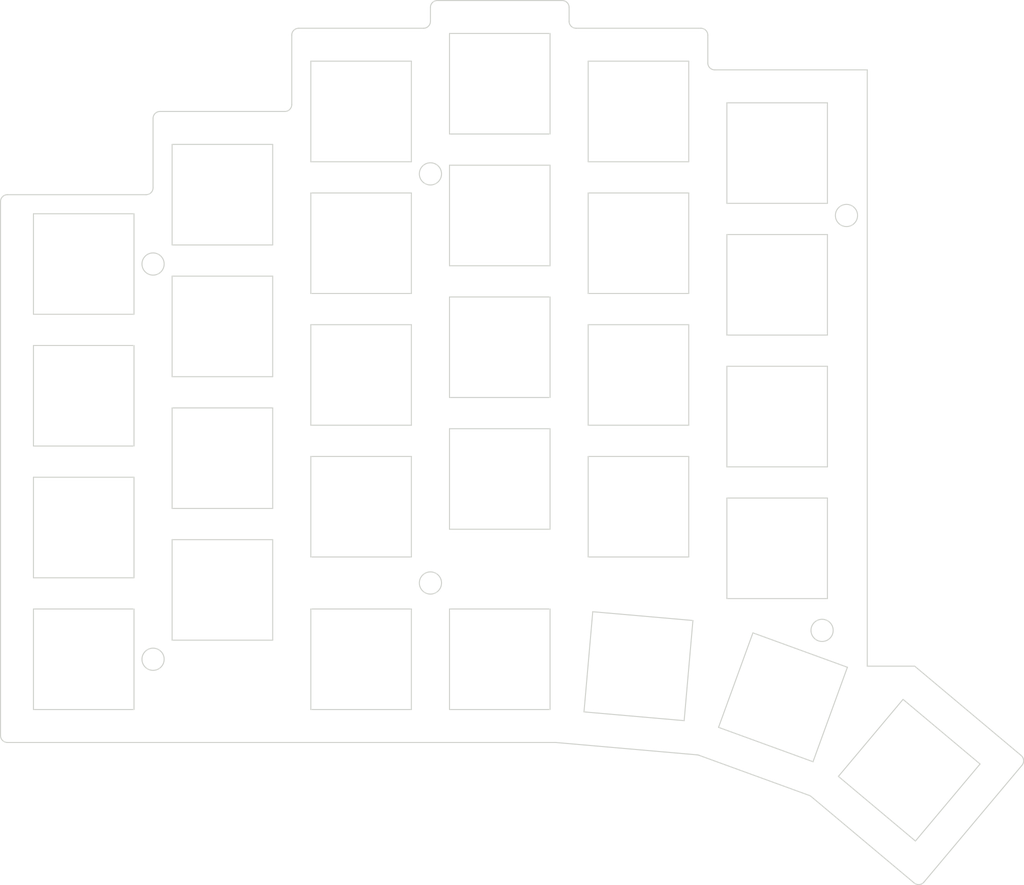
<source format=kicad_pcb>
(kicad_pcb
	(version 20240108)
	(generator "pcbnew")
	(generator_version "8.0")
	(general
		(thickness 1.6)
		(legacy_teardrops no)
	)
	(paper "A3")
	(title_block
		(title "spacer_plate")
		(date "2024-08-09")
		(rev "0.1")
		(company "Vacant0mens")
	)
	(layers
		(0 "F.Cu" signal)
		(31 "B.Cu" signal)
		(32 "B.Adhes" user "B.Adhesive")
		(33 "F.Adhes" user "F.Adhesive")
		(34 "B.Paste" user)
		(35 "F.Paste" user)
		(36 "B.SilkS" user "B.Silkscreen")
		(37 "F.SilkS" user "F.Silkscreen")
		(38 "B.Mask" user)
		(39 "F.Mask" user)
		(40 "Dwgs.User" user "User.Drawings")
		(41 "Cmts.User" user "User.Comments")
		(42 "Eco1.User" user "User.Eco1")
		(43 "Eco2.User" user "User.Eco2")
		(44 "Edge.Cuts" user)
		(45 "Margin" user)
		(46 "B.CrtYd" user "B.Courtyard")
		(47 "F.CrtYd" user "F.Courtyard")
		(48 "B.Fab" user)
		(49 "F.Fab" user)
	)
	(setup
		(pad_to_mask_clearance 0.05)
		(allow_soldermask_bridges_in_footprints no)
		(pcbplotparams
			(layerselection 0x00010fc_ffffffff)
			(plot_on_all_layers_selection 0x0000000_00000000)
			(disableapertmacros no)
			(usegerberextensions no)
			(usegerberattributes yes)
			(usegerberadvancedattributes yes)
			(creategerberjobfile yes)
			(dashed_line_dash_ratio 12.000000)
			(dashed_line_gap_ratio 3.000000)
			(svgprecision 4)
			(plotframeref no)
			(viasonmask no)
			(mode 1)
			(useauxorigin no)
			(hpglpennumber 1)
			(hpglpenspeed 20)
			(hpglpendiameter 15.000000)
			(pdf_front_fp_property_popups yes)
			(pdf_back_fp_property_popups yes)
			(dxfpolygonmode yes)
			(dxfimperialunits yes)
			(dxfusepcbnewfont yes)
			(psnegative no)
			(psa4output no)
			(plotreference yes)
			(plotvalue yes)
			(plotfptext yes)
			(plotinvisibletext no)
			(sketchpadsonfab no)
			(subtractmaskfromsilk no)
			(outputformat 1)
			(mirror no)
			(drillshape 0)
			(scaleselection 1)
			(outputdirectory "")
		)
	)
	(net 0 "")
	(gr_line
		(start 107.25 82.25)
		(end 107.25 67.75)
		(stroke
			(width 0.15)
			(type default)
		)
		(layer "Edge.Cuts")
		(uuid "044eb2b6-a8fa-4bb6-94fd-e2ffccb6aa4a")
	)
	(gr_line
		(start 132.75 54.25)
		(end 147.25 54.25)
		(stroke
			(width 0.15)
			(type default)
		)
		(layer "Edge.Cuts")
		(uuid "067e6098-1e0d-4a24-93b8-48f1d60adf29")
	)
	(gr_line
		(start 150.13281 121.153383)
		(end 136.507267 116.194091)
		(stroke
			(width 0.15)
			(type default)
		)
		(layer "Edge.Cuts")
		(uuid "08cad24c-2015-4810-b2c9-efe39a9f7e96")
	)
	(gr_line
		(start 108.089511 132.003805)
		(end 128.457048 133.785734)
		(stroke
			(width 0.15)
			(type default)
		)
		(layer "Edge.Cuts")
		(uuid "09f0d3b1-e141-45b7-a343-bb93489a093c")
	)
	(gr_line
		(start 67.25 64.75)
		(end 52.75 64.75)
		(stroke
			(width 0.15)
			(type default)
		)
		(layer "Edge.Cuts")
		(uuid "0a273731-0116-41d7-8af4-3a40592943e2")
	)
	(gr_line
		(start 127.25 71.75)
		(end 112.75 71.75)
		(stroke
			(width 0.15)
			(type default)
		)
		(layer "Edge.Cuts")
		(uuid "0aa93549-17f6-4b82-ba83-9259b86d3dc9")
	)
	(gr_line
		(start 112.75 33.75)
		(end 112.75 48.25)
		(stroke
			(width 0.15)
			(type default)
		)
		(layer "Edge.Cuts")
		(uuid "0c050bc7-c549-43cc-b6ef-59595f843b17")
	)
	(gr_line
		(start 132.75 77.75)
		(end 132.75 92.25)
		(stroke
			(width 0.15)
			(type default)
		)
		(layer "Edge.Cuts")
		(uuid "0e5664fb-a1a2-4355-8da4-7ef0c90b345d")
	)
	(gr_line
		(start 47.25 93.75)
		(end 32.75 93.75)
		(stroke
			(width 0.15)
			(type default)
		)
		(layer "Edge.Cuts")
		(uuid "0e58af9c-188b-4291-afc0-5db23b9d7c25")
	)
	(gr_arc
		(start 131 35)
		(mid 130.292893 34.707107)
		(end 130 34)
		(stroke
			(width 0.15)
			(type default)
		)
		(layer "Edge.Cuts")
		(uuid "11079d83-fb98-4c61-8ec7-27b71e529fb1")
	)
	(gr_line
		(start 132.75 92.25)
		(end 147.25 92.25)
		(stroke
			(width 0.15)
			(type default)
		)
		(layer "Edge.Cuts")
		(uuid "11399736-dd7d-4beb-b412-36f75375a7a6")
	)
	(gr_line
		(start 72.75 90.75)
		(end 72.75 105.25)
		(stroke
			(width 0.15)
			(type default)
		)
		(layer "Edge.Cuts")
		(uuid "119e3a65-cb9a-4c4b-8324-425b4dd82ecb")
	)
	(gr_arc
		(start 90 26)
		(mid 90.292893 25.292893)
		(end 91 25)
		(stroke
			(width 0.15)
			(type default)
		)
		(layer "Edge.Cuts")
		(uuid "122d47fb-12d7-4b27-b66a-da02e7d22cc0")
	)
	(gr_line
		(start 92.75 82.25)
		(end 107.25 82.25)
		(stroke
			(width 0.15)
			(type default)
		)
		(layer "Edge.Cuts")
		(uuid "1556dc52-83cf-4bcb-a9ae-36e85a7b44cf")
	)
	(gr_line
		(start 107.25 44.25)
		(end 107.25 29.75)
		(stroke
			(width 0.15)
			(type default)
		)
		(layer "Edge.Cuts")
		(uuid "178c6b6d-4f41-41fa-a2e2-619b77c70c07")
	)
	(gr_line
		(start 107.25 29.75)
		(end 92.75 29.75)
		(stroke
			(width 0.15)
			(type default)
		)
		(layer "Edge.Cuts")
		(uuid "19a25908-920a-4d79-ba06-bdc416939b7d")
	)
	(gr_line
		(start 128.711912 133.842236)
		(end 144.613458 139.629925)
		(stroke
			(width 0.15)
			(type default)
		)
		(layer "Edge.Cuts")
		(uuid "1d81e8ec-4da4-48b2-9110-d46fb24191d9")
	)
	(gr_line
		(start 29 53)
		(end 49 53)
		(stroke
			(width 0.15)
			(type default)
		)
		(layer "Edge.Cuts")
		(uuid "1e7585aa-f444-4150-b154-0c19458f2092")
	)
	(gr_line
		(start 52.75 83.75)
		(end 52.75 98.25)
		(stroke
			(width 0.15)
			(type default)
		)
		(layer "Edge.Cuts")
		(uuid "2266f958-ae0d-4357-8de6-3b551339b3cd")
	)
	(gr_line
		(start 67.25 79.25)
		(end 67.25 64.75)
		(stroke
			(width 0.15)
			(type default)
		)
		(layer "Edge.Cuts")
		(uuid "267bcc24-7e71-4397-bc64-e984a1101de6")
	)
	(gr_arc
		(start 128.457048 133.785734)
		(mid 128.586332 133.80563)
		(end 128.711912 133.842236)
		(stroke
			(width 0.15)
			(type default)
		)
		(layer "Edge.Cuts")
		(uuid "268e0586-c8ef-4e17-9f2a-3dea62176f39")
	)
	(gr_line
		(start 72.75 52.75)
		(end 72.75 67.25)
		(stroke
			(width 0.15)
			(type default)
		)
		(layer "Edge.Cuts")
		(uuid "2b1fb03e-f01d-478f-b942-81273306b768")
	)
	(gr_line
		(start 92.75 127.25)
		(end 107.25 127.25)
		(stroke
			(width 0.15)
			(type default)
		)
		(layer "Edge.Cuts")
		(uuid "2b2a08a8-400e-4800-ad98-ed4d55fa02cb")
	)
	(gr_line
		(start 153 121)
		(end 159.842371 121)
		(stroke
			(width 0.15)
			(type default)
		)
		(layer "Edge.Cuts")
		(uuid "2bcd184d-4fb5-4da1-9a8a-37e9aa09d2e6")
	)
	(gr_line
		(start 87.25 127.25)
		(end 87.25 112.75)
		(stroke
			(width 0.15)
			(type default)
		)
		(layer "Edge.Cuts")
		(uuid "2c166c3f-d912-4f27-ae00-92de76e99f45")
	)
	(gr_line
		(start 113.409468 113.145709)
		(end 112.145709 127.590532)
		(stroke
			(width 0.15)
			(type default)
		)
		(layer "Edge.Cuts")
		(uuid "2ece5e17-a86e-450e-8f62-73081d634f40")
	)
	(gr_line
		(start 144.914226 139.803574)
		(end 159.762354 152.262633)
		(stroke
			(width 0.15)
			(type default)
		)
		(layer "Edge.Cuts")
		(uuid "2f067474-6150-4110-9756-b5ccf8d2df9b")
	)
	(gr_line
		(start 107.25 86.75)
		(end 92.75 86.75)
		(stroke
			(width 0.15)
			(type default)
		)
		(layer "Edge.Cuts")
		(uuid "2fbbe6c5-4185-497d-86c0-613d6cb56a15")
	)
	(gr_line
		(start 51 41)
		(end 69 41)
		(stroke
			(width 0.15)
			(type default)
		)
		(layer "Edge.Cuts")
		(uuid "3021d132-556c-42ac-b844-fbad688ece15")
	)
	(gr_line
		(start 91 25)
		(end 109 25)
		(stroke
			(width 0.15)
			(type default)
		)
		(layer "Edge.Cuts")
		(uuid "31d50137-d93a-494a-8863-8ec443e7f446")
	)
	(gr_line
		(start 72.75 105.25)
		(end 87.25 105.25)
		(stroke
			(width 0.15)
			(type default)
		)
		(layer "Edge.Cuts")
		(uuid "321d2a67-fc1c-4f17-b6a1-9a2dcfb68d25")
	)
	(gr_line
		(start 67.25 60.25)
		(end 67.25 45.75)
		(stroke
			(width 0.15)
			(type default)
		)
		(layer "Edge.Cuts")
		(uuid "3234b6f0-6915-4a76-82ba-bb5b23927417")
	)
	(gr_line
		(start 147.25 58.75)
		(end 132.75 58.75)
		(stroke
			(width 0.15)
			(type default)
		)
		(layer "Edge.Cuts")
		(uuid "32699b97-5cb8-43c8-8d7e-08d91d59c8b6")
	)
	(gr_line
		(start 107.25 63.25)
		(end 107.25 48.75)
		(stroke
			(width 0.15)
			(type default)
		)
		(layer "Edge.Cuts")
		(uuid "32e847d0-477f-498d-bd8c-73ffec7288ab")
	)
	(gr_line
		(start 110 26)
		(end 110 28)
		(stroke
			(width 0.15)
			(type default)
		)
		(layer "Edge.Cuts")
		(uuid "33eedf5b-eda2-4e46-8483-d7343ba0500d")
	)
	(gr_line
		(start 87.25 67.25)
		(end 87.25 52.75)
		(stroke
			(width 0.15)
			(type default)
		)
		(layer "Edge.Cuts")
		(uuid "38a0f476-5024-4f1b-9dee-753809c87491")
	)
	(gr_line
		(start 72.75 67.25)
		(end 87.25 67.25)
		(stroke
			(width 0.15)
			(type default)
		)
		(layer "Edge.Cuts")
		(uuid "3c9133d8-36d6-4571-ab55-b146208123fd")
	)
	(gr_line
		(start 107.25 101.25)
		(end 107.25 86.75)
		(stroke
			(width 0.15)
			(type default)
		)
		(layer "Edge.Cuts")
		(uuid "3d4d1f6f-522f-451a-8183-4cd02f4af4cb")
	)
	(gr_arc
		(start 50 52)
		(mid 49.707107 52.707107)
		(end 49 53)
		(stroke
			(width 0.15)
			(type default)
		)
		(layer "Edge.Cuts")
		(uuid "3f23dc06-7557-4cfc-b73a-37310e0c8c0a")
	)
	(gr_line
		(start 67.25 98.25)
		(end 67.25 83.75)
		(stroke
			(width 0.15)
			(type default)
		)
		(layer "Edge.Cuts")
		(uuid "3f53970d-d995-4dd6-8e7e-50668f6efb9e")
	)
	(gr_line
		(start 159.942929 146.213468)
		(end 169.263349 135.105824)
		(stroke
			(width 0.15)
			(type default)
		)
		(layer "Edge.Cuts")
		(uuid "3fb26cf1-4079-4e0b-84e9-09f955c31d21")
	)
	(gr_line
		(start 72.75 127.25)
		(end 87.25 127.25)
		(stroke
			(width 0.15)
			(type default)
		)
		(layer "Edge.Cuts")
		(uuid "40064213-131b-456d-a6ab-ff9a56a31c8d")
	)
	(gr_line
		(start 87.25 86.25)
		(end 87.25 71.75)
		(stroke
			(width 0.15)
			(type default)
		)
		(layer "Edge.Cuts")
		(uuid "404aae8a-a8ae-4a39-9086-da3ec699fc93")
	)
	(gr_line
		(start 132.75 58.75)
		(end 132.75 73.25)
		(stroke
			(width 0.15)
			(type default)
		)
		(layer "Edge.Cuts")
		(uuid "41bc3704-9b2c-44bd-bfac-be01b8f50943")
	)
	(gr_arc
		(start 28 54)
		(mid 28.292893 53.292893)
		(end 29 53)
		(stroke
			(width 0.15)
			(type default)
		)
		(layer "Edge.Cuts")
		(uuid "41c6adb2-7f92-4d50-8862-d4bf425b8a46")
	)
	(gr_line
		(start 32.75 89.25)
		(end 47.25 89.25)
		(stroke
			(width 0.15)
			(type default)
		)
		(layer "Edge.Cuts")
		(uuid "41d694e6-022c-4cc9-bb3d-647dc3804d55")
	)
	(gr_line
		(start 107.25 48.75)
		(end 92.75 48.75)
		(stroke
			(width 0.15)
			(type default)
		)
		(layer "Edge.Cuts")
		(uuid "4263184a-a221-4ff8-be2a-f9f48982a33f")
	)
	(gr_arc
		(start 109 25)
		(mid 109.707107 25.292893)
		(end 110 26)
		(stroke
			(width 0.15)
			(type default)
		)
		(layer "Edge.Cuts")
		(uuid "42e06f6c-6210-42ba-82f9-6cb5063117d1")
	)
	(gr_line
		(start 127.854291 114.409468)
		(end 113.409468 113.145709)
		(stroke
			(width 0.15)
			(type default)
		)
		(layer "Edge.Cuts")
		(uuid "4931f34e-f3bd-4a35-892f-47b77c5b43bd")
	)
	(gr_circle
		(center 146.481999 115.83393)
		(end 148.081999 115.83393)
		(stroke
			(width 0.15)
			(type default)
		)
		(fill none)
		(layer "Edge.Cuts")
		(uuid "4a99ed7b-14aa-4a82-b5d7-90ebbdaffdfb")
	)
	(gr_line
		(start 32.75 112.75)
		(end 32.75 127.25)
		(stroke
			(width 0.15)
			(type default)
		)
		(layer "Edge.Cuts")
		(uuid "4c3ce17c-d4f7-432e-841e-f611539c5db7")
	)
	(gr_line
		(start 71 29)
		(end 89 29)
		(stroke
			(width 0.15)
			(type default)
		)
		(layer "Edge.Cuts")
		(uuid "4f0cb0b3-50e7-4fcb-8c9c-c5326986dccf")
	)
	(gr_line
		(start 47.25 55.75)
		(end 32.75 55.75)
		(stroke
			(width 0.15)
			(type default)
		)
		(layer "Edge.Cuts")
		(uuid "50611734-bd46-4e56-9dba-df93e309b8ce")
	)
	(gr_line
		(start 158.155705 125.785404)
		(end 148.835284 136.893048)
		(stroke
			(width 0.15)
			(type default)
		)
		(layer "Edge.Cuts")
		(uuid "52a48f8e-710a-43a1-8763-27fc58c869d0")
	)
	(gr_arc
		(start 29 132)
		(mid 28.292893 131.707107)
		(end 28 131)
		(stroke
			(width 0.15)
			(type default)
		)
		(layer "Edge.Cuts")
		(uuid "55f520a7-8b2e-4b7c-8e43-69b20c3198bf")
	)
	(gr_line
		(start 52.75 117.25)
		(end 67.25 117.25)
		(stroke
			(width 0.15)
			(type default)
		)
		(layer "Edge.Cuts")
		(uuid "56b4cf56-97f4-48eb-8ef3-78275eda8720")
	)
	(gr_line
		(start 32.75 93.75)
		(end 32.75 108.25)
		(stroke
			(width 0.15)
			(type default)
		)
		(layer "Edge.Cuts")
		(uuid "59b9f6ff-6ab1-40af-b0de-cefffb9b7d09")
	)
	(gr_line
		(start 47.25 89.25)
		(end 47.25 74.75)
		(stroke
			(width 0.15)
			(type default)
		)
		(layer "Edge.Cuts")
		(uuid "5b34aafa-193d-4b39-9ae3-377cd2dd9617")
	)
	(gr_arc
		(start 161.171186 152.139376)
		(mid 160.492288 152.492816)
		(end 159.762354 152.262633)
		(stroke
			(width 0.15)
			(type default)
		)
		(layer "Edge.Cuts")
		(uuid "5c2ce89c-8d38-4148-b5d3-e0ff2296224a")
	)
	(gr_line
		(start 112.75 86.25)
		(end 127.25 86.25)
		(stroke
			(width 0.15)
			(type default)
		)
		(layer "Edge.Cuts")
		(uuid "5d39e1b8-02fa-4056-86bd-1e8bba762e51")
	)
	(gr_line
		(start 92.75 112.75)
		(end 92.75 127.25)
		(stroke
			(width 0.15)
			(type default)
		)
		(layer "Edge.Cuts")
		(uuid "5e502b65-b4bb-4d0e-8e3a-1785fd780ad9")
	)
	(gr_line
		(start 67.25 102.75)
		(end 52.75 102.75)
		(stroke
			(width 0.15)
			(type default)
		)
		(layer "Edge.Cuts")
		(uuid "5fedb88c-e688-48ae-8eb3-330f11e6e2de")
	)
	(gr_line
		(start 92.75 48.75)
		(end 92.75 63.25)
		(stroke
			(width 0.15)
			(type default)
		)
		(layer "Edge.Cuts")
		(uuid "60f8a59a-25d1-4525-860f-31a702dd3460")
	)
	(gr_line
		(start 47.25 108.25)
		(end 47.25 93.75)
		(stroke
			(width 0.15)
			(type default)
		)
		(layer "Edge.Cuts")
		(uuid "614fc757-3004-407f-afc7-5c10b847cc81")
	)
	(gr_line
		(start 67.25 83.75)
		(end 52.75 83.75)
		(stroke
			(width 0.15)
			(type default)
		)
		(layer "Edge.Cuts")
		(uuid "64b39543-e0fc-4dd4-a2b8-9c96b5c3544f")
	)
	(gr_circle
		(center 50 120)
		(end 51.6 120)
		(stroke
			(width 0.15)
			(type default)
		)
		(fill none)
		(layer "Edge.Cuts")
		(uuid "66c1f7d5-b068-438d-8e21-76c830e2a265")
	)
	(gr_line
		(start 70 40)
		(end 70 30)
		(stroke
			(width 0.15)
			(type default)
		)
		(layer "Edge.Cuts")
		(uuid "66e172aa-0bb0-417e-bcaf-6d88edfacc61")
	)
	(gr_line
		(start 107.25 67.75)
		(end 92.75 67.75)
		(stroke
			(width 0.15)
			(type default)
		)
		(layer "Edge.Cuts")
		(uuid "66e6259b-cfd6-4212-98c3-51179178300a")
	)
	(gr_line
		(start 107.25 127.25)
		(end 107.25 112.75)
		(stroke
			(width 0.15)
			(type default)
		)
		(layer "Edge.Cuts")
		(uuid "67a22b3f-e7dc-43c2-8f11-b84a95e4af5d")
	)
	(gr_line
		(start 112.75 90.75)
		(end 112.75 105.25)
		(stroke
			(width 0.15)
			(type default)
		)
		(layer "Edge.Cuts")
		(uuid "6826dc9e-082b-4d01-92b2-62db4a302caa")
	)
	(gr_circle
		(center 150 56)
		(end 151.6 56)
		(stroke
			(width 0.15)
			(type default)
		)
		(fill none)
		(layer "Edge.Cuts")
		(uuid "68a7188c-ce44-415b-8980-90acc70be44b")
	)
	(gr_line
		(start 47.25 70.25)
		(end 47.25 55.75)
		(stroke
			(width 0.15)
			(type default)
		)
		(layer "Edge.Cuts")
		(uuid "68a8bda6-1f7e-4a7e-bf80-afabe261c1ab")
	)
	(gr_line
		(start 112.75 105.25)
		(end 127.25 105.25)
		(stroke
			(width 0.15)
			(type default)
		)
		(layer "Edge.Cuts")
		(uuid "68fa60e8-8efa-4a36-a9ac-bb2b791dc0d2")
	)
	(gr_line
		(start 87.25 90.75)
		(end 72.75 90.75)
		(stroke
			(width 0.15)
			(type default)
		)
		(layer "Edge.Cuts")
		(uuid "6e2d911d-dc6e-4670-b9b2-3ec80737b075")
	)
	(gr_line
		(start 87.25 71.75)
		(end 72.75 71.75)
		(stroke
			(width 0.15)
			(type default)
		)
		(layer "Edge.Cuts")
		(uuid "713a79eb-7f73-4458-bc02-ca6a656dc275")
	)
	(gr_line
		(start 32.75 108.25)
		(end 47.25 108.25)
		(stroke
			(width 0.15)
			(type default)
		)
		(layer "Edge.Cuts")
		(uuid "7164f38d-6dac-4401-8cf3-904faf38b281")
	)
	(gr_line
		(start 147.25 92.25)
		(end 147.25 77.75)
		(stroke
			(width 0.15)
			(type default)
		)
		(layer "Edge.Cuts")
		(uuid "7372d79e-9864-4ad8-b097-f2620491eedc")
	)
	(gr_line
		(start 67.25 45.75)
		(end 52.75 45.75)
		(stroke
			(width 0.15)
			(type default)
		)
		(layer "Edge.Cuts")
		(uuid "76890e65-7439-4bba-bcf1-0a1ab6a8bfaf")
	)
	(gr_line
		(start 28 131)
		(end 28 54)
		(stroke
			(width 0.15)
			(type default)
		)
		(layer "Edge.Cuts")
		(uuid "7abb6090-8fc2-4118-9db6-f26e8602ffd1")
	)
	(gr_line
		(start 169.263349 135.105824)
		(end 158.155705 125.785404)
		(stroke
			(width 0.15)
			(type default)
		)
		(layer "Edge.Cuts")
		(uuid "7b4c8aae-51a4-4027-a814-4c793e46b202")
	)
	(gr_line
		(start 72.75 48.25)
		(end 87.25 48.25)
		(stroke
			(width 0.15)
			(type default)
		)
		(layer "Edge.Cuts")
		(uuid "7bab6072-ce20-4687-be4e-5d51ce6b8905")
	)
	(gr_line
		(start 107.25 112.75)
		(end 92.75 112.75)
		(stroke
			(width 0.15)
			(type default)
		)
		(layer "Edge.Cuts")
		(uuid "7d465bf7-edf7-4730-b77e-e6216994895f")
	)
	(gr_arc
		(start 129 29)
		(mid 129.707107 29.292893)
		(end 130 30)
		(stroke
			(width 0.15)
			(type default)
		)
		(layer "Edge.Cuts")
		(uuid "81f053e8-a084-4d62-8dea-2dad77c899bf")
	)
	(gr_line
		(start 92.75 44.25)
		(end 107.25 44.25)
		(stroke
			(width 0.15)
			(type default)
		)
		(layer "Edge.Cuts")
		(uuid "81f836b3-e573-467a-91d4-d2851cfd1eee")
	)
	(gr_line
		(start 52.75 64.75)
		(end 52.75 79.25)
		(stroke
			(width 0.15)
			(type default)
		)
		(layer "Edge.Cuts")
		(uuid "8a2e6721-e771-4856-bf0d-80546eafd138")
	)
	(gr_line
		(start 131.547975 129.819634)
		(end 145.173518 134.778926)
		(stroke
			(width 0.15)
			(type default)
		)
		(layer "Edge.Cuts")
		(uuid "8b5efd2e-4ac1-4d2f-8b5b-1571f0387905")
	)
	(gr_line
		(start 127.25 52.75)
		(end 112.75 52.75)
		(stroke
			(width 0.15)
			(type default)
		)
		(layer "Edge.Cuts")
		(uuid "8b7cc28f-77d2-41d2-bf68-f31f001f32e3")
	)
	(gr_line
		(start 92.75 29.75)
		(end 92.75 44.25)
		(stroke
			(width 0.15)
			(type default)
		)
		(layer "Edge.Cuts")
		(uuid "8cbb645c-6bb4-45d0-86eb-e123df388170")
	)
	(gr_line
		(start 87.25 105.25)
		(end 87.25 90.75)
		(stroke
			(width 0.15)
			(type default)
		)
		(layer "Edge.Cuts")
		(uuid "8dbe7b63-c13f-43cc-98df-952ec6a824fe")
	)
	(gr_line
		(start 159.842371 121)
		(end 175.189257 133.877566)
		(stroke
			(width 0.15)
			(type default)
		)
		(layer "Edge.Cuts")
		(uuid "8e89db56-c3fa-4f11-b878-c6441e98bf0c")
	)
	(gr_arc
		(start 70 40)
		(mid 69.707107 40.707107)
		(end 69 41)
		(stroke
			(width 0.15)
			(type default)
		)
		(layer "Edge.Cuts")
		(uuid "90fafe60-7e3b-4829-808c-ee4f383f4470")
	)
	(gr_line
		(start 147.25 111.25)
		(end 147.25 96.75)
		(stroke
			(width 0.15)
			(type default)
		)
		(layer "Edge.Cuts")
		(uuid "93fc8cdd-6e4e-4c1b-920d-aa8f9b30f2ec")
	)
	(gr_line
		(start 92.75 63.25)
		(end 107.25 63.25)
		(stroke
			(width 0.15)
			(type default)
		)
		(layer "Edge.Cuts")
		(uuid "988b2289-3b1c-4bcc-a640-839a35815b30")
	)
	(gr_line
		(start 147.25 77.75)
		(end 132.75 77.75)
		(stroke
			(width 0.15)
			(type default)
		)
		(layer "Edge.Cuts")
		(uuid "9ac89a03-a802-4680-ae41-8be53f4a2634")
	)
	(gr_line
		(start 112.75 71.75)
		(end 112.75 86.25)
		(stroke
			(width 0.15)
			(type default)
		)
		(layer "Edge.Cuts")
		(uuid "9b4caeee-2941-40a2-a20e-1b4ed3d5070d")
	)
	(gr_arc
		(start 70 30)
		(mid 70.292893 29.292893)
		(end 71 29)
		(stroke
			(width 0.15)
			(type default)
		)
		(layer "Edge.Cuts")
		(uuid "9c63ee7d-4382-4e24-a691-b9f4f441066d")
	)
	(gr_line
		(start 52.75 45.75)
		(end 52.75 60.25)
		(stroke
			(width 0.15)
			(type default)
		)
		(layer "Edge.Cuts")
		(uuid "9cb213be-f088-4751-9cd2-1484d74a6f1a")
	)
	(gr_line
		(start 67.25 117.25)
		(end 67.25 102.75)
		(stroke
			(width 0.15)
			(type default)
		)
		(layer "Edge.Cuts")
		(uuid "a17a728f-0116-44e0-a94d-cf40d5ef8573")
	)
	(gr_line
		(start 92.75 101.25)
		(end 107.25 101.25)
		(stroke
			(width 0.15)
			(type default)
		)
		(layer "Edge.Cuts")
		(uuid "a3e1a3d9-98ac-4a8d-b75e-f7c35b2cb8ab")
	)
	(gr_line
		(start 32.75 74.75)
		(end 32.75 89.25)
		(stroke
			(width 0.15)
			(type default)
		)
		(layer "Edge.Cuts")
		(uuid "a4f7f7a8-4acc-4700-936a-01702d754421")
	)
	(gr_line
		(start 127.25 86.25)
		(end 127.25 71.75)
		(stroke
			(width 0.15)
			(type default)
		)
		(layer "Edge.Cuts")
		(uuid "a5af3ab0-c006-429a-b6de-23938b83b6d4")
	)
	(gr_line
		(start 47.25 74.75)
		(end 32.75 74.75)
		(stroke
			(width 0.15)
			(type default)
		)
		(layer "Edge.Cuts")
		(uuid "a6624e63-9cde-402b-9d36-18e0ec7d4085")
	)
	(gr_line
		(start 112.75 48.25)
		(end 127.25 48.25)
		(stroke
			(width 0.15)
			(type default)
		)
		(layer "Edge.Cuts")
		(uuid "a7833940-297e-4d90-b594-9184b55cdd6f")
	)
	(gr_line
		(start 90 28)
		(end 90 26)
		(stroke
			(width 0.15)
			(type default)
		)
		(layer "Edge.Cuts")
		(uuid "a7b8a3a7-7451-4285-9827-2e9b9ac1ce64")
	)
	(gr_line
		(start 87.25 52.75)
		(end 72.75 52.75)
		(stroke
			(width 0.15)
			(type default)
		)
		(layer "Edge.Cuts")
		(uuid "a7de72de-71a3-4393-8519-e2650f55f3b6")
	)
	(gr_line
		(start 52.75 98.25)
		(end 67.25 98.25)
		(stroke
			(width 0.15)
			(type default)
		)
		(layer "Edge.Cuts")
		(uuid "a94f5a05-fab2-4042-b6f7-b7b4d16a09a7")
	)
	(gr_line
		(start 32.75 127.25)
		(end 47.25 127.25)
		(stroke
			(width 0.15)
			(type default)
		)
		(layer "Edge.Cuts")
		(uuid "aac9511d-798d-4bba-820d-fe1ca3a46c37")
	)
	(gr_line
		(start 127.25 90.75)
		(end 112.75 90.75)
		(stroke
			(width 0.15)
			(type default)
		)
		(layer "Edge.Cuts")
		(uuid "ad732c64-273c-4f27-b7d9-8507c3f4f266")
	)
	(gr_line
		(start 112.75 67.25)
		(end 127.25 67.25)
		(stroke
			(width 0.15)
			(type default)
		)
		(layer "Edge.Cuts")
		(uuid "b2d83309-9b93-4082-b1db-3b528a302688")
	)
	(gr_line
		(start 127.25 48.25)
		(end 127.25 33.75)
		(stroke
			(width 0.15)
			(type default)
		)
		(layer "Edge.Cuts")
		(uuid "ba2bf9b6-2e08-4445-824d-45b8469df53f")
	)
	(gr_line
		(start 47.25 127.25)
		(end 47.25 112.75)
		(stroke
			(width 0.15)
			(type default)
		)
		(layer "Edge.Cuts")
		(uuid "bde26956-9911-444a-a8d6-181a52423223")
	)
	(gr_arc
		(start 90 28)
		(mid 89.707107 28.707107)
		(end 89 29)
		(stroke
			(width 0.15)
			(type default)
		)
		(layer "Edge.Cuts")
		(uuid "be403b29-59b8-4a33-85a1-bc5aed75b893")
	)
	(gr_line
		(start 47.25 112.75)
		(end 32.75 112.75)
		(stroke
			(width 0.15)
			(type default)
		)
		(layer "Edge.Cuts")
		(uuid "beb4f048-b06b-4cbc-b587-65548a9bf077")
	)
	(gr_line
		(start 87.25 48.25)
		(end 87.25 33.75)
		(stroke
			(width 0.15)
			(type default)
		)
		(layer "Edge.Cuts")
		(uuid "c1480667-c450-48d6-b280-83035dd720bb")
	)
	(gr_line
		(start 136.507267 116.194091)
		(end 131.547975 129.819634)
		(stroke
			(width 0.15)
			(type default)
		)
		(layer "Edge.Cuts")
		(uuid "c16080f1-6d44-49ef-933d-97d8008b573f")
	)
	(gr_line
		(start 127.25 105.25)
		(end 127.25 90.75)
		(stroke
			(width 0.15)
			(type default)
		)
		(layer "Edge.Cuts")
		(uuid "c3e1d767-84f0-4830-87a8-dd2878ce9b8b")
	)
	(gr_line
		(start 153 35)
		(end 153 121)
		(stroke
			(width 0.15)
			(type default)
		)
		(layer "Edge.Cuts")
		(uuid "c57b6686-959a-4644-9c1b-77ab4fdcf7f2")
	)
	(gr_line
		(start 32.75 70.25)
		(end 47.25 70.25)
		(stroke
			(width 0.15)
			(type default)
		)
		(layer "Edge.Cuts")
		(uuid "c7b0015b-aef8-44c8-b053-abedf30295cd")
	)
	(gr_line
		(start 147.25 39.75)
		(end 132.75 39.75)
		(stroke
			(width 0.15)
			(type default)
		)
		(layer "Edge.Cuts")
		(uuid "c92b9e02-cc8e-4044-90c4-ecfaa4b13dfa")
	)
	(gr_line
		(start 126.590532 128.854291)
		(end 127.854291 114.409468)
		(stroke
			(width 0.15)
			(type default)
		)
		(layer "Edge.Cuts")
		(uuid "c93f32f8-bb0b-4eb8-bc38-f665c18d1114")
	)
	(gr_line
		(start 111 29)
		(end 129 29)
		(stroke
			(width 0.15)
			(type default)
		)
		(layer "Edge.Cuts")
		(uuid "cbd59faf-dfbb-4834-b45d-a0ac0da52227")
	)
	(gr_line
		(start 72.75 71.75)
		(end 72.75 86.25)
		(stroke
			(width 0.15)
			(type default)
		)
		(layer "Edge.Cuts")
		(uuid "cdddd87f-feb1-49f3-80c9-645105bbef0b")
	)
	(gr_line
		(start 32.75 55.75)
		(end 32.75 70.25)
		(stroke
			(width 0.15)
			(type default)
		)
		(layer "Edge.Cuts")
		(uuid "cf288fe4-8810-4c00-b8a5-06ae359e7940")
	)
	(gr_line
		(start 131 35)
		(end 153 35)
		(stroke
			(width 0.15)
			(type default)
		)
		(layer "Edge.Cuts")
		(uuid "cf53a059-3019-4be1-bcb2-825c994613cf")
	)
	(gr_line
		(start 29 132)
		(end 108.002355 132)
		(stroke
			(width 0.15)
			(type default)
		)
		(layer "Edge.Cuts")
		(uuid "cf7c19d5-ced5-4816-a84e-0e117d65934c")
	)
	(gr_line
		(start 127.25 33.75)
		(end 112.75 33.75)
		(stroke
			(width 0.15)
			(type default)
		)
		(layer "Edge.Cuts")
		(uuid "d048dc39-00b6-44e6-8e98-1c832b8fe05d")
	)
	(gr_line
		(start 72.75 112.75)
		(end 72.75 127.25)
		(stroke
			(width 0.15)
			(type default)
		)
		(layer "Edge.Cuts")
		(uuid "d0c7d525-81c8-4f34-acc9-89610e8bf4d2")
	)
	(gr_line
		(start 52.75 60.25)
		(end 67.25 60.25)
		(stroke
			(width 0.15)
			(type default)
		)
		(layer "Edge.Cuts")
		(uuid "d8534916-98fd-41a2-b450-c4a22067236a")
	)
	(gr_line
		(start 132.75 96.75)
		(end 132.75 111.25)
		(stroke
			(width 0.15)
			(type default)
		)
		(layer "Edge.Cuts")
		(uuid "d972618f-67d1-4596-b034-2eecac60e3c6")
	)
	(gr_line
		(start 87.25 112.75)
		(end 72.75 112.75)
		(stroke
			(width 0.15)
			(type default)
		)
		(layer "Edge.Cuts")
		(uuid "d9dcdf9c-f35a-4b56-812e-b6529686b00b")
	)
	(gr_line
		(start 112.145709 127.590532)
		(end 126.590532 128.854291)
		(stroke
			(width 0.15)
			(type default)
		)
		(layer "Edge.Cuts")
		(uuid "d9f8f10b-364e-486d-86e3-839d42e5dab0")
	)
	(gr_line
		(start 72.75 33.75)
		(end 72.75 48.25)
		(stroke
			(width 0.15)
			(type default)
		)
		(layer "Edge.Cuts")
		(uuid "db12110d-c21e-4c04-af2a-3af62162b138")
	)
	(gr_line
		(start 147.25 96.75)
		(end 132.75 96.75)
		(stroke
			(width 0.15)
			(type default)
		)
		(layer "Edge.Cuts")
		(uuid "db2e72e7-7159-4649-9948-b44137d6b4ed")
	)
	(gr_line
		(start 52.75 79.25)
		(end 67.25 79.25)
		(stroke
			(width 0.15)
			(type default)
		)
		(layer "Edge.Cuts")
		(uuid "dd0b3bcd-d6db-477a-8c7d-4aaa4b12978a")
	)
	(gr_circle
		(center 90 50)
		(end 91.6 50)
		(stroke
			(width 0.15)
			(type default)
		)
		(fill none)
		(layer "Edge.Cuts")
		(uuid "ddb1d1e4-df87-48cc-b3a3-2381682cb580")
	)
	(gr_line
		(start 132.75 39.75)
		(end 132.75 54.25)
		(stroke
			(width 0.15)
			(type default)
		)
		(layer "Edge.Cuts")
		(uuid "dff51b60-5a00-41bd-abbf-e90845c99fc8")
	)
	(gr_line
		(start 92.75 67.75)
		(end 92.75 82.25)
		(stroke
			(width 0.15)
			(type default)
		)
		(layer "Edge.Cuts")
		(uuid "e000d86f-3de3-46cb-b971-a8e3ae267fde")
	)
	(gr_line
		(start 72.75 86.25)
		(end 87.25 86.25)
		(stroke
			(width 0.15)
			(type default)
		)
		(layer "Edge.Cuts")
		(uuid "e1900394-21e2-41bf-9778-06618751030f")
	)
	(gr_circle
		(center 90 109)
		(end 91.6 109)
		(stroke
			(width 0.15)
			(type default)
		)
		(fill none)
		(layer "Edge.Cuts")
		(uuid "e33a51b2-6a3e-4db7-bb08-87eda4cf693d")
	)
	(gr_line
		(start 132.75 73.25)
		(end 147.25 73.25)
		(stroke
			(width 0.15)
			(type default)
		)
		(layer "Edge.Cuts")
		(uuid "e4a0a169-7d75-422e-b8ed-a0200a4ecd71")
	)
	(gr_line
		(start 50 52)
		(end 50 42)
		(stroke
			(width 0.15)
			(type default)
		)
		(layer "Edge.Cuts")
		(uuid "e52ceb86-bf81-47aa-af96-884f68dbd91e")
	)
	(gr_arc
		(start 144.613458 139.629925)
		(mid 144.771434 139.703598)
		(end 144.914226 139.803574)
		(stroke
			(width 0.15)
			(type default)
		)
		(layer "Edge.Cuts")
		(uuid "e632b8c2-0ab9-46f8-bcd8-e9e4fbd6e880")
	)
	(gr_line
		(start 145.173518 134.778926)
		(end 150.13281 121.153383)
		(stroke
			(width 0.15)
			(type default)
		)
		(layer "Edge.Cuts")
		(uuid "e6406bae-4e53-4afe-a401-dd3ef278f7a1")
	)
	(gr_line
		(start 132.75 111.25)
		(end 147.25 111.25)
		(stroke
			(width 0.15)
			(type default)
		)
		(layer "Edge.Cuts")
		(uuid "e777b291-c839-4427-a515-d0b4e54d54f1")
	)
	(gr_line
		(start 148.835284 136.893048)
		(end 159.942929 146.213468)
		(stroke
			(width 0.15)
			(type default)
		)
		(layer "Edge.Cuts")
		(uuid "e80f69d6-73ee-4427-ae8e-d286df870b7f")
	)
	(gr_line
		(start 147.25 73.25)
		(end 147.25 58.75)
		(stroke
			(width 0.15)
			(type default)
		)
		(layer "Edge.Cuts")
		(uuid "e89bc58e-d106-416e-9650-95046795f965")
	)
	(gr_arc
		(start 108.002355 132)
		(mid 108.045974 132.000954)
		(end 108.089511 132.003805)
		(stroke
			(width 0.15)
			(type default)
		)
		(layer "Edge.Cuts")
		(uuid "e8b274c1-7651-433b-8850-b2cebd97e3ea")
	)
	(gr_line
		(start 92.75 86.75)
		(end 92.75 101.25)
		(stroke
			(width 0.15)
			(type default)
		)
		(layer "Edge.Cuts")
		(uuid "e9d2fef7-7a07-4723-9b7e-b31ab476b40b")
	)
	(gr_circle
		(center 50 63)
		(end 51.6 63)
		(stroke
			(width 0.15)
			(type default)
		)
		(fill none)
		(layer "Edge.Cuts")
		(uuid "ed2812e9-60dd-4361-963b-6e8d533066a6")
	)
	(gr_arc
		(start 50 42)
		(mid 50.292893 41.292893)
		(end 51 41)
		(stroke
			(width 0.15)
			(type default)
		)
		(layer "Edge.Cuts")
		(uuid "f08afc3d-210d-4733-a937-d64add0ba8e8")
	)
	(gr_line
		(start 52.75 102.75)
		(end 52.75 117.25)
		(stroke
			(width 0.15)
			(type default)
		)
		(layer "Edge.Cuts")
		(uuid "f2b17638-6fa2-44d9-9571-ac7a376f3a10")
	)
	(gr_line
		(start 112.75 52.75)
		(end 112.75 67.25)
		(stroke
			(width 0.15)
			(type default)
		)
		(layer "Edge.Cuts")
		(uuid "f4571cba-09b6-41e3-bdd1-e3963cde9175")
	)
	(gr_arc
		(start 111 29)
		(mid 110.292893 28.707107)
		(end 110 28)
		(stroke
			(width 0.15)
			(type default)
		)
		(layer "Edge.Cuts")
		(uuid "f457e3dc-7155-4ab3-9057-4b78081d43ae")
	)
	(gr_line
		(start 87.25 33.75)
		(end 72.75 33.75)
		(stroke
			(width 0.15)
			(type default)
		)
		(layer "Edge.Cuts")
		(uuid "f458e5ef-3233-4860-8ed1-dfa590d6e755")
	)
	(gr_line
		(start 127.25 67.25)
		(end 127.25 52.75)
		(stroke
			(width 0.15)
			(type default)
		)
		(layer "Edge.Cuts")
		(uuid "f7d0e8e5-5be2-40ed-b3ca-c3933bc41181")
	)
	(gr_line
		(start 147.25 54.25)
		(end 147.25 39.75)
		(stroke
			(width 0.15)
			(type default)
		)
		(layer "Edge.Cuts")
		(uuid "f9013b84-3160-497e-ba5f-63075ee9dd8d")
	)
	(gr_line
		(start 161.171186 152.139376)
		(end 175.312514 135.286398)
		(stroke
			(width 0.15)
			(type default)
		)
		(layer "Edge.Cuts")
		(uuid "fb07fac3-244c-4ab9-bbf0-7edef55d4974")
	)
	(gr_arc
		(start 175.189257 133.877566)
		(mid 175.542668 134.556452)
		(end 175.312514 135.286398)
		(stroke
			(width 0.15)
			(type default)
		)
		(layer "Edge.Cuts")
		(uuid "fcdc790a-434c-442e-853b-b10d2e89b210")
	)
	(gr_line
		(start 130 30)
		(end 130 34)
		(stroke
			(width 0.15)
			(type default)
		)
		(layer "Edge.Cuts")
		(uuid "ff4ec0e8-a7de-47ae-9dfd-8ed75e958f3c")
	)
)

</source>
